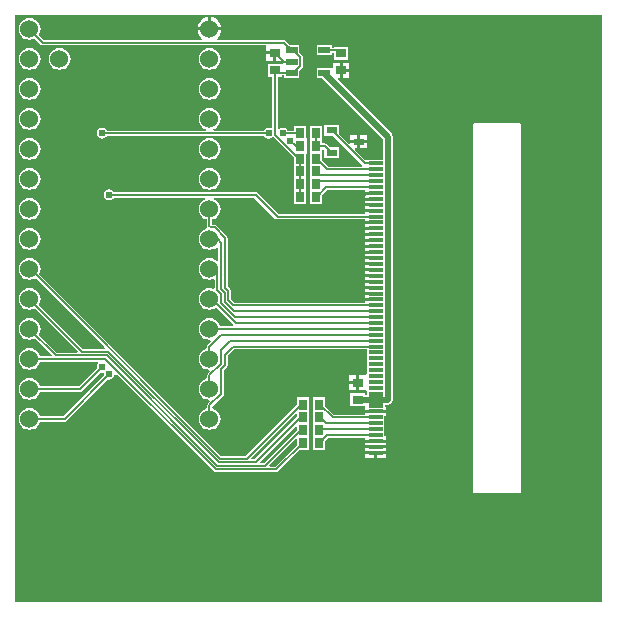
<source format=gbl>
%FSLAX23Y23*%
%MOIN*%
G70*
G01*
G75*
G04 Layer_Physical_Order=2*
G04 Layer_Color=16711680*
%ADD10C,0.006*%
%ADD11C,0.060*%
%ADD12C,0.020*%
%ADD13C,0.024*%
%ADD14R,0.047X0.012*%
%ADD15C,0.039*%
%ADD16R,0.039X0.022*%
%ADD17R,0.030X0.035*%
%ADD18R,0.035X0.024*%
%ADD19R,0.035X0.031*%
%ADD20C,0.020*%
%ADD21R,0.047X0.051*%
G36*
X2963Y1007D02*
X2959Y1004D01*
X1004D01*
Y2963D01*
X2963D01*
X2963Y1007D01*
D02*
G37*
%LPC*%
G36*
X1053Y2351D02*
X1044Y2350D01*
X1035Y2346D01*
X1028Y2340D01*
X1022Y2333D01*
X1018Y2324D01*
X1017Y2315D01*
X1018Y2305D01*
X1022Y2297D01*
X1028Y2289D01*
X1035Y2283D01*
X1044Y2280D01*
X1053Y2278D01*
X1063Y2280D01*
X1072Y2283D01*
X1079Y2289D01*
X1085Y2297D01*
X1088Y2305D01*
X1090Y2315D01*
X1088Y2324D01*
X1085Y2333D01*
X1079Y2340D01*
X1072Y2346D01*
X1063Y2350D01*
X1053Y2351D01*
D02*
G37*
G36*
Y2251D02*
X1044Y2250D01*
X1035Y2246D01*
X1028Y2240D01*
X1022Y2233D01*
X1018Y2224D01*
X1017Y2215D01*
X1018Y2205D01*
X1022Y2197D01*
X1028Y2189D01*
X1035Y2183D01*
X1044Y2180D01*
X1053Y2178D01*
X1063Y2180D01*
X1072Y2183D01*
X1079Y2189D01*
X1085Y2197D01*
X1088Y2205D01*
X1090Y2215D01*
X1088Y2224D01*
X1085Y2233D01*
X1079Y2240D01*
X1072Y2246D01*
X1063Y2250D01*
X1053Y2251D01*
D02*
G37*
G36*
Y2151D02*
X1044Y2150D01*
X1035Y2146D01*
X1028Y2140D01*
X1022Y2133D01*
X1018Y2124D01*
X1017Y2115D01*
X1018Y2105D01*
X1022Y2097D01*
X1028Y2089D01*
X1035Y2083D01*
X1044Y2080D01*
X1053Y2078D01*
X1063Y2080D01*
X1072Y2083D01*
X1074Y2085D01*
X1306Y1853D01*
X1305Y1848D01*
X1233D01*
X1085Y1996D01*
X1085Y1997D01*
X1088Y2005D01*
X1090Y2015D01*
X1088Y2024D01*
X1085Y2033D01*
X1079Y2040D01*
X1072Y2046D01*
X1063Y2050D01*
X1053Y2051D01*
X1044Y2050D01*
X1035Y2046D01*
X1028Y2040D01*
X1022Y2033D01*
X1018Y2024D01*
X1017Y2015D01*
X1018Y2005D01*
X1022Y1997D01*
X1028Y1989D01*
X1035Y1983D01*
X1044Y1980D01*
X1053Y1978D01*
X1063Y1980D01*
X1072Y1983D01*
X1072Y1983D01*
X1215Y1841D01*
X1213Y1836D01*
X1145D01*
X1085Y1896D01*
X1085Y1897D01*
X1088Y1905D01*
X1090Y1915D01*
X1088Y1924D01*
X1085Y1933D01*
X1079Y1940D01*
X1072Y1946D01*
X1063Y1950D01*
X1053Y1951D01*
X1044Y1950D01*
X1035Y1946D01*
X1028Y1940D01*
X1022Y1933D01*
X1018Y1924D01*
X1017Y1915D01*
X1018Y1905D01*
X1022Y1897D01*
X1028Y1889D01*
X1035Y1883D01*
X1044Y1880D01*
X1053Y1878D01*
X1063Y1880D01*
X1072Y1883D01*
X1072Y1883D01*
X1127Y1829D01*
X1125Y1824D01*
X1088D01*
X1088Y1824D01*
X1085Y1833D01*
X1079Y1840D01*
X1072Y1846D01*
X1063Y1850D01*
X1053Y1851D01*
X1044Y1850D01*
X1035Y1846D01*
X1028Y1840D01*
X1022Y1833D01*
X1018Y1824D01*
X1017Y1815D01*
X1018Y1805D01*
X1022Y1797D01*
X1028Y1789D01*
X1035Y1783D01*
X1044Y1780D01*
X1053Y1778D01*
X1063Y1780D01*
X1072Y1783D01*
X1079Y1789D01*
X1085Y1797D01*
X1088Y1805D01*
X1088Y1806D01*
X1281D01*
X1283Y1801D01*
X1282Y1800D01*
X1278Y1794D01*
X1277Y1787D01*
X1278Y1783D01*
X1219Y1724D01*
X1088D01*
X1088Y1724D01*
X1085Y1733D01*
X1079Y1740D01*
X1072Y1746D01*
X1063Y1750D01*
X1053Y1751D01*
X1044Y1750D01*
X1035Y1746D01*
X1028Y1740D01*
X1022Y1733D01*
X1018Y1724D01*
X1017Y1715D01*
X1018Y1705D01*
X1022Y1697D01*
X1028Y1689D01*
X1035Y1683D01*
X1044Y1680D01*
X1053Y1678D01*
X1063Y1680D01*
X1072Y1683D01*
X1079Y1689D01*
X1085Y1697D01*
X1088Y1705D01*
X1088Y1706D01*
X1223D01*
X1226Y1706D01*
X1229Y1708D01*
X1291Y1770D01*
X1295Y1769D01*
X1298Y1770D01*
X1301Y1766D01*
X1301Y1764D01*
X1302Y1759D01*
X1166Y1624D01*
X1088D01*
X1088Y1624D01*
X1085Y1633D01*
X1079Y1640D01*
X1072Y1646D01*
X1063Y1650D01*
X1053Y1651D01*
X1044Y1650D01*
X1035Y1646D01*
X1028Y1640D01*
X1022Y1633D01*
X1018Y1624D01*
X1017Y1615D01*
X1018Y1605D01*
X1022Y1597D01*
X1028Y1589D01*
X1035Y1583D01*
X1044Y1580D01*
X1053Y1578D01*
X1063Y1580D01*
X1072Y1583D01*
X1079Y1589D01*
X1085Y1597D01*
X1088Y1605D01*
X1088Y1606D01*
X1170D01*
X1173Y1606D01*
X1176Y1608D01*
X1315Y1746D01*
X1319Y1746D01*
X1326Y1747D01*
X1332Y1751D01*
X1336Y1757D01*
X1337Y1764D01*
X1337Y1764D01*
X1342Y1766D01*
X1668Y1440D01*
X1671Y1438D01*
X1674Y1437D01*
X1876D01*
X1879Y1438D01*
X1882Y1440D01*
X1955Y1513D01*
X1986D01*
Y1555D01*
Y1597D01*
Y1640D01*
Y1687D01*
X1945D01*
Y1664D01*
X1773Y1492D01*
X1693D01*
X1086Y2099D01*
X1088Y2105D01*
X1090Y2115D01*
X1088Y2124D01*
X1085Y2133D01*
X1079Y2140D01*
X1072Y2146D01*
X1063Y2150D01*
X1053Y2151D01*
D02*
G37*
G36*
Y2451D02*
X1044Y2450D01*
X1035Y2446D01*
X1028Y2440D01*
X1022Y2433D01*
X1018Y2424D01*
X1017Y2415D01*
X1018Y2405D01*
X1022Y2397D01*
X1028Y2389D01*
X1035Y2383D01*
X1044Y2380D01*
X1053Y2378D01*
X1063Y2380D01*
X1072Y2383D01*
X1079Y2389D01*
X1085Y2397D01*
X1088Y2405D01*
X1090Y2415D01*
X1088Y2424D01*
X1085Y2433D01*
X1079Y2440D01*
X1072Y2446D01*
X1063Y2450D01*
X1053Y2451D01*
D02*
G37*
G36*
Y2551D02*
X1044Y2550D01*
X1035Y2546D01*
X1028Y2540D01*
X1022Y2533D01*
X1018Y2524D01*
X1017Y2515D01*
X1018Y2505D01*
X1022Y2497D01*
X1028Y2489D01*
X1035Y2483D01*
X1044Y2480D01*
X1053Y2478D01*
X1063Y2480D01*
X1072Y2483D01*
X1079Y2489D01*
X1085Y2497D01*
X1088Y2505D01*
X1090Y2515D01*
X1088Y2524D01*
X1085Y2533D01*
X1079Y2540D01*
X1072Y2546D01*
X1063Y2550D01*
X1053Y2551D01*
D02*
G37*
G36*
X2087Y2803D02*
X2064D01*
Y2789D01*
X2061Y2786D01*
X2010D01*
Y2752D01*
X2029D01*
X2232Y2549D01*
Y2478D01*
X2177D01*
Y2478D01*
X2172Y2478D01*
X2137Y2513D01*
X2139Y2518D01*
X2146D01*
Y2534D01*
X2123D01*
Y2533D01*
X2118Y2532D01*
X2084Y2566D01*
Y2595D01*
X2036D01*
Y2559D01*
X2065D01*
X2163Y2461D01*
X2162Y2457D01*
X2161Y2456D01*
X2050D01*
X2029Y2477D01*
Y2501D01*
X2029D01*
Y2512D01*
X2034Y2514D01*
X2036Y2512D01*
Y2484D01*
X2084D01*
Y2520D01*
X2055D01*
X2044Y2531D01*
X2041Y2533D01*
X2037Y2534D01*
X2029D01*
Y2543D01*
Y2591D01*
X1987D01*
Y2543D01*
Y2506D01*
X1987D01*
Y2459D01*
Y2416D01*
Y2374D01*
Y2332D01*
X2029D01*
Y2360D01*
X2047Y2379D01*
X2173D01*
Y2373D01*
X2207D01*
Y2363D01*
X2173D01*
Y2353D01*
X2207D01*
Y2343D01*
X2173D01*
Y2334D01*
X2207D01*
Y2324D01*
X2173D01*
Y2314D01*
X2207D01*
Y2304D01*
X2173D01*
Y2299D01*
X1884D01*
X1814Y2369D01*
X1811Y2371D01*
X1807Y2371D01*
X1334D01*
X1332Y2375D01*
X1326Y2379D01*
X1319Y2380D01*
X1312Y2379D01*
X1306Y2375D01*
X1302Y2369D01*
X1301Y2362D01*
X1302Y2355D01*
X1306Y2349D01*
X1312Y2345D01*
X1319Y2344D01*
X1326Y2345D01*
X1332Y2349D01*
X1334Y2353D01*
X1639D01*
X1640Y2348D01*
X1635Y2346D01*
X1628Y2340D01*
X1622Y2333D01*
X1618Y2324D01*
X1617Y2315D01*
X1618Y2305D01*
X1622Y2297D01*
X1628Y2289D01*
X1635Y2283D01*
X1644Y2280D01*
X1644Y2280D01*
Y2258D01*
X1645Y2255D01*
X1645Y2254D01*
X1642Y2249D01*
X1635Y2246D01*
X1628Y2240D01*
X1622Y2233D01*
X1618Y2224D01*
X1617Y2215D01*
X1618Y2205D01*
X1622Y2197D01*
X1628Y2189D01*
X1635Y2183D01*
X1644Y2180D01*
X1653Y2178D01*
X1663Y2180D01*
X1672Y2183D01*
X1678Y2188D01*
X1683Y2187D01*
Y2142D01*
X1678Y2141D01*
X1672Y2146D01*
X1663Y2150D01*
X1653Y2151D01*
X1644Y2150D01*
X1635Y2146D01*
X1628Y2140D01*
X1622Y2133D01*
X1618Y2124D01*
X1617Y2115D01*
X1618Y2105D01*
X1622Y2097D01*
X1628Y2089D01*
X1635Y2083D01*
X1644Y2080D01*
X1653Y2078D01*
X1663Y2080D01*
X1666Y2081D01*
X1670Y2078D01*
Y2051D01*
X1666Y2049D01*
X1663Y2050D01*
X1653Y2051D01*
X1644Y2050D01*
X1635Y2046D01*
X1628Y2040D01*
X1622Y2033D01*
X1618Y2024D01*
X1617Y2015D01*
X1618Y2005D01*
X1622Y1997D01*
X1628Y1989D01*
X1635Y1983D01*
X1644Y1980D01*
X1653Y1978D01*
X1663Y1980D01*
X1672Y1983D01*
X1676Y1987D01*
X1734Y1929D01*
X1733Y1927D01*
X1732Y1924D01*
X1688D01*
X1688Y1924D01*
X1685Y1933D01*
X1679Y1940D01*
X1672Y1946D01*
X1663Y1950D01*
X1653Y1951D01*
X1644Y1950D01*
X1635Y1946D01*
X1628Y1940D01*
X1622Y1933D01*
X1618Y1924D01*
X1617Y1915D01*
X1618Y1905D01*
X1622Y1897D01*
X1628Y1889D01*
X1635Y1883D01*
X1644Y1880D01*
X1653Y1878D01*
X1656Y1879D01*
X1658Y1874D01*
X1647Y1863D01*
X1645Y1860D01*
X1644Y1856D01*
Y1850D01*
X1644Y1850D01*
X1635Y1846D01*
X1628Y1840D01*
X1622Y1833D01*
X1618Y1824D01*
X1617Y1815D01*
X1618Y1805D01*
X1622Y1797D01*
X1628Y1789D01*
X1635Y1783D01*
X1644Y1780D01*
X1652Y1779D01*
X1655Y1774D01*
X1647Y1766D01*
X1645Y1763D01*
X1644Y1760D01*
Y1750D01*
X1644Y1750D01*
X1635Y1746D01*
X1628Y1740D01*
X1622Y1733D01*
X1618Y1724D01*
X1617Y1715D01*
X1618Y1705D01*
X1622Y1697D01*
X1628Y1689D01*
X1635Y1683D01*
X1644Y1680D01*
X1652Y1679D01*
X1655Y1674D01*
X1647Y1666D01*
X1645Y1663D01*
X1644Y1660D01*
Y1650D01*
X1644Y1650D01*
X1635Y1646D01*
X1628Y1640D01*
X1622Y1633D01*
X1618Y1624D01*
X1617Y1615D01*
X1618Y1605D01*
X1622Y1597D01*
X1628Y1589D01*
X1635Y1583D01*
X1644Y1580D01*
X1653Y1578D01*
X1663Y1580D01*
X1672Y1583D01*
X1679Y1589D01*
X1685Y1597D01*
X1688Y1605D01*
X1690Y1615D01*
X1688Y1624D01*
X1685Y1633D01*
X1679Y1640D01*
X1672Y1646D01*
X1663Y1650D01*
X1663Y1650D01*
Y1656D01*
X1699Y1692D01*
X1701Y1695D01*
X1701Y1696D01*
X1702Y1699D01*
Y1778D01*
X1711Y1787D01*
X1713Y1790D01*
X1714Y1794D01*
Y1825D01*
X1736Y1847D01*
X2177D01*
Y1844D01*
Y1825D01*
Y1805D01*
Y1785D01*
Y1766D01*
X2176Y1765D01*
X2174Y1762D01*
X2172Y1762D01*
X2152D01*
Y1736D01*
Y1710D01*
X2172D01*
X2174Y1710D01*
X2176Y1707D01*
X2177Y1707D01*
Y1706D01*
X2177Y1705D01*
Y1695D01*
X2170D01*
Y1701D01*
X2123D01*
Y1657D01*
X2166D01*
X2168Y1657D01*
X2170Y1657D01*
X2171Y1657D01*
X2171Y1657D01*
X2172Y1655D01*
X2173Y1654D01*
X2173Y1652D01*
Y1651D01*
Y1645D01*
X2240D01*
Y1656D01*
X2237D01*
Y1663D01*
X2248D01*
X2254Y1664D01*
X2260Y1668D01*
X2263Y1673D01*
X2264Y1679D01*
Y2556D01*
X2263Y2562D01*
X2260Y2568D01*
X2080Y2747D01*
X2082Y2752D01*
X2087D01*
Y2778D01*
Y2803D01*
D02*
G37*
G36*
X1653Y2451D02*
X1644Y2450D01*
X1635Y2446D01*
X1628Y2440D01*
X1622Y2433D01*
X1618Y2424D01*
X1617Y2415D01*
X1618Y2405D01*
X1622Y2397D01*
X1628Y2389D01*
X1635Y2383D01*
X1644Y2380D01*
X1653Y2378D01*
X1663Y2380D01*
X1672Y2383D01*
X1679Y2389D01*
X1685Y2397D01*
X1688Y2405D01*
X1690Y2415D01*
X1688Y2424D01*
X1685Y2433D01*
X1679Y2440D01*
X1672Y2446D01*
X1663Y2450D01*
X1653Y2451D01*
D02*
G37*
G36*
X2142Y1762D02*
X2119D01*
Y1741D01*
X2142D01*
Y1762D01*
D02*
G37*
G36*
X2240Y1497D02*
X2212D01*
Y1486D01*
X2240D01*
Y1497D01*
D02*
G37*
G36*
X2202D02*
X2173D01*
Y1486D01*
X2202D01*
Y1497D01*
D02*
G37*
G36*
X2685Y2601D02*
X2537D01*
X2533Y2599D01*
X2531Y2594D01*
Y1374D01*
X2533Y1369D01*
X2537Y1368D01*
X2685D01*
X2690Y1369D01*
X2692Y1374D01*
Y2594D01*
X2690Y2599D01*
X2685Y2601D01*
D02*
G37*
G36*
X2240Y1517D02*
X2173D01*
Y1507D01*
X2240D01*
Y1517D01*
D02*
G37*
G36*
X2142Y1731D02*
X2119D01*
Y1710D01*
X2142D01*
Y1731D01*
D02*
G37*
G36*
X2039Y1687D02*
X1998D01*
Y1640D01*
Y1597D01*
Y1555D01*
Y1513D01*
X2039D01*
Y1541D01*
X2050Y1552D01*
X2173D01*
Y1546D01*
X2240D01*
Y1557D01*
X2236D01*
Y1569D01*
Y1588D01*
Y1608D01*
Y1624D01*
X2240D01*
Y1635D01*
X2173D01*
Y1629D01*
X2069D01*
X2039Y1658D01*
Y1687D01*
D02*
G37*
G36*
X2240Y1536D02*
X2173D01*
Y1527D01*
X2240D01*
Y1536D01*
D02*
G37*
G36*
X1653Y2551D02*
X1644Y2550D01*
X1635Y2546D01*
X1628Y2540D01*
X1622Y2533D01*
X1618Y2524D01*
X1617Y2515D01*
X1618Y2505D01*
X1622Y2497D01*
X1628Y2489D01*
X1635Y2483D01*
X1644Y2480D01*
X1653Y2478D01*
X1663Y2480D01*
X1672Y2483D01*
X1679Y2489D01*
X1685Y2497D01*
X1688Y2505D01*
X1690Y2515D01*
X1688Y2524D01*
X1685Y2533D01*
X1679Y2540D01*
X1672Y2546D01*
X1663Y2550D01*
X1653Y2551D01*
D02*
G37*
G36*
Y2851D02*
X1644Y2850D01*
X1635Y2846D01*
X1628Y2840D01*
X1622Y2833D01*
X1618Y2824D01*
X1617Y2815D01*
X1618Y2805D01*
X1622Y2797D01*
X1628Y2789D01*
X1635Y2783D01*
X1644Y2780D01*
X1653Y2778D01*
X1663Y2780D01*
X1672Y2783D01*
X1679Y2789D01*
X1685Y2797D01*
X1688Y2805D01*
X1690Y2815D01*
X1688Y2824D01*
X1685Y2833D01*
X1679Y2840D01*
X1672Y2846D01*
X1663Y2850D01*
X1653Y2851D01*
D02*
G37*
G36*
X2119Y2803D02*
X2097D01*
Y2783D01*
X2119D01*
Y2803D01*
D02*
G37*
G36*
X1053Y2851D02*
X1044Y2850D01*
X1035Y2846D01*
X1028Y2840D01*
X1022Y2833D01*
X1018Y2824D01*
X1017Y2815D01*
X1018Y2805D01*
X1022Y2797D01*
X1028Y2789D01*
X1035Y2783D01*
X1044Y2780D01*
X1053Y2778D01*
X1063Y2780D01*
X1072Y2783D01*
X1079Y2789D01*
X1085Y2797D01*
X1088Y2805D01*
X1090Y2815D01*
X1088Y2824D01*
X1085Y2833D01*
X1079Y2840D01*
X1072Y2846D01*
X1063Y2850D01*
X1053Y2851D01*
D02*
G37*
G36*
X1153D02*
X1144Y2850D01*
X1135Y2846D01*
X1128Y2840D01*
X1122Y2833D01*
X1118Y2824D01*
X1117Y2815D01*
X1118Y2805D01*
X1122Y2797D01*
X1128Y2789D01*
X1135Y2783D01*
X1144Y2780D01*
X1153Y2778D01*
X1163Y2780D01*
X1172Y2783D01*
X1179Y2789D01*
X1185Y2797D01*
X1188Y2805D01*
X1190Y2815D01*
X1188Y2824D01*
X1185Y2833D01*
X1179Y2840D01*
X1172Y2846D01*
X1163Y2850D01*
X1153Y2851D01*
D02*
G37*
G36*
X1648Y2954D02*
X1643Y2954D01*
X1633Y2950D01*
X1625Y2943D01*
X1618Y2935D01*
X1614Y2925D01*
X1614Y2920D01*
X1648D01*
Y2954D01*
D02*
G37*
G36*
X1658D02*
Y2920D01*
X1693D01*
X1692Y2925D01*
X1688Y2935D01*
X1682Y2943D01*
X1674Y2950D01*
X1664Y2954D01*
X1658Y2954D01*
D02*
G37*
G36*
X1866Y2830D02*
X1843D01*
Y2809D01*
X1866D01*
Y2830D01*
D02*
G37*
G36*
X2061Y2860D02*
X2010D01*
Y2827D01*
X2061D01*
Y2834D01*
X2068D01*
Y2813D01*
X2115D01*
Y2856D01*
X2068D01*
Y2853D01*
X2061D01*
Y2860D01*
D02*
G37*
G36*
X1053Y2951D02*
X1044Y2950D01*
X1035Y2946D01*
X1028Y2940D01*
X1022Y2933D01*
X1018Y2924D01*
X1017Y2915D01*
X1018Y2905D01*
X1022Y2897D01*
X1028Y2889D01*
X1035Y2883D01*
X1044Y2880D01*
X1053Y2878D01*
X1063Y2880D01*
X1072Y2883D01*
X1072Y2883D01*
X1093Y2863D01*
X1096Y2861D01*
X1096Y2861D01*
X1099Y2860D01*
X1843D01*
Y2840D01*
X1871D01*
Y2835D01*
X1876D01*
Y2809D01*
X1897D01*
Y2803D01*
X1895Y2799D01*
X1847D01*
Y2756D01*
X1862D01*
Y2586D01*
X1858Y2584D01*
X1857Y2584D01*
X1850Y2585D01*
X1843Y2584D01*
X1838Y2580D01*
X1835Y2576D01*
X1667D01*
X1666Y2581D01*
X1672Y2583D01*
X1679Y2589D01*
X1685Y2597D01*
X1688Y2605D01*
X1690Y2615D01*
X1688Y2624D01*
X1685Y2633D01*
X1679Y2640D01*
X1672Y2646D01*
X1663Y2650D01*
X1653Y2651D01*
X1644Y2650D01*
X1635Y2646D01*
X1628Y2640D01*
X1622Y2633D01*
X1618Y2624D01*
X1617Y2615D01*
X1618Y2605D01*
X1622Y2597D01*
X1628Y2589D01*
X1635Y2583D01*
X1641Y2581D01*
X1640Y2576D01*
X1311D01*
X1308Y2580D01*
X1302Y2584D01*
X1295Y2585D01*
X1288Y2584D01*
X1282Y2580D01*
X1278Y2574D01*
X1277Y2567D01*
X1278Y2560D01*
X1282Y2554D01*
X1288Y2550D01*
X1295Y2549D01*
X1302Y2550D01*
X1308Y2554D01*
X1311Y2558D01*
X1835D01*
X1838Y2554D01*
X1843Y2550D01*
X1850Y2549D01*
X1857Y2550D01*
X1863Y2554D01*
X1867Y2554D01*
X1934Y2487D01*
Y2459D01*
Y2416D01*
Y2374D01*
Y2332D01*
X1975D01*
Y2374D01*
Y2416D01*
Y2459D01*
Y2497D01*
X1979D01*
Y2552D01*
X1975D01*
Y2591D01*
X1934D01*
Y2576D01*
X1913D01*
X1910Y2580D01*
X1905Y2584D01*
X1898Y2585D01*
X1891Y2584D01*
X1885Y2580D01*
X1883Y2581D01*
X1880Y2582D01*
Y2756D01*
X1895D01*
Y2760D01*
X1901D01*
Y2752D01*
X1953D01*
Y2776D01*
X1962Y2785D01*
X1964Y2788D01*
X1965Y2792D01*
Y2821D01*
X1964Y2824D01*
X1962Y2827D01*
X1953Y2837D01*
Y2860D01*
X1923D01*
X1908Y2876D01*
X1905Y2878D01*
X1902Y2878D01*
X1680D01*
X1678Y2883D01*
X1682Y2886D01*
X1688Y2895D01*
X1692Y2904D01*
X1693Y2910D01*
X1614D01*
X1614Y2904D01*
X1618Y2895D01*
X1625Y2886D01*
X1629Y2883D01*
X1627Y2878D01*
X1103D01*
X1085Y2896D01*
X1085Y2897D01*
X1088Y2905D01*
X1090Y2915D01*
X1088Y2924D01*
X1085Y2933D01*
X1079Y2940D01*
X1072Y2946D01*
X1063Y2950D01*
X1053Y2951D01*
D02*
G37*
G36*
X2178Y2561D02*
X2156D01*
Y2544D01*
X2178D01*
Y2561D01*
D02*
G37*
G36*
X1053Y2651D02*
X1044Y2650D01*
X1035Y2646D01*
X1028Y2640D01*
X1022Y2633D01*
X1018Y2624D01*
X1017Y2615D01*
X1018Y2605D01*
X1022Y2597D01*
X1028Y2589D01*
X1035Y2583D01*
X1044Y2580D01*
X1053Y2578D01*
X1063Y2580D01*
X1072Y2583D01*
X1079Y2589D01*
X1085Y2597D01*
X1088Y2605D01*
X1090Y2615D01*
X1088Y2624D01*
X1085Y2633D01*
X1079Y2640D01*
X1072Y2646D01*
X1063Y2650D01*
X1053Y2651D01*
D02*
G37*
G36*
X2178Y2534D02*
X2156D01*
Y2518D01*
X2178D01*
Y2534D01*
D02*
G37*
G36*
X2146Y2561D02*
X2123D01*
Y2544D01*
X2146D01*
Y2561D01*
D02*
G37*
G36*
X2119Y2773D02*
X2097D01*
Y2752D01*
X2119D01*
Y2773D01*
D02*
G37*
G36*
X1653Y2751D02*
X1644Y2750D01*
X1635Y2746D01*
X1628Y2740D01*
X1622Y2733D01*
X1618Y2724D01*
X1617Y2715D01*
X1618Y2705D01*
X1622Y2697D01*
X1628Y2689D01*
X1635Y2683D01*
X1644Y2680D01*
X1653Y2678D01*
X1663Y2680D01*
X1672Y2683D01*
X1679Y2689D01*
X1685Y2697D01*
X1688Y2705D01*
X1690Y2715D01*
X1688Y2724D01*
X1685Y2733D01*
X1679Y2740D01*
X1672Y2746D01*
X1663Y2750D01*
X1653Y2751D01*
D02*
G37*
G36*
X1053D02*
X1044Y2750D01*
X1035Y2746D01*
X1028Y2740D01*
X1022Y2733D01*
X1018Y2724D01*
X1017Y2715D01*
X1018Y2705D01*
X1022Y2697D01*
X1028Y2689D01*
X1035Y2683D01*
X1044Y2680D01*
X1053Y2678D01*
X1063Y2680D01*
X1072Y2683D01*
X1079Y2689D01*
X1085Y2697D01*
X1088Y2705D01*
X1090Y2715D01*
X1088Y2724D01*
X1085Y2733D01*
X1079Y2740D01*
X1072Y2746D01*
X1063Y2750D01*
X1053Y2751D01*
D02*
G37*
%LPD*%
G36*
X1873Y2283D02*
X1876Y2281D01*
X1880Y2280D01*
X2173D01*
Y2275D01*
X2207D01*
Y2265D01*
X2173D01*
Y2255D01*
X2207D01*
Y2245D01*
X2173D01*
Y2235D01*
X2207D01*
Y2225D01*
X2173D01*
Y2216D01*
X2207D01*
Y2206D01*
X2173D01*
Y2196D01*
X2207D01*
Y2186D01*
X2173D01*
Y2176D01*
X2207D01*
Y2166D01*
X2173D01*
Y2157D01*
X2207D01*
Y2147D01*
X2173D01*
Y2137D01*
X2207D01*
Y2127D01*
X2173D01*
Y2117D01*
X2207D01*
Y2107D01*
X2173D01*
Y2098D01*
X2207D01*
Y2088D01*
X2173D01*
Y2078D01*
X2207D01*
Y2068D01*
X2173D01*
Y2058D01*
X2207D01*
Y2048D01*
X2173D01*
Y2038D01*
X2207D01*
Y2028D01*
X2173D01*
Y2019D01*
X2207D01*
Y2009D01*
X2173D01*
Y2003D01*
X1736D01*
X1726Y2014D01*
Y2041D01*
X1725Y2044D01*
X1723Y2047D01*
X1714Y2057D01*
Y2219D01*
X1713Y2222D01*
X1711Y2225D01*
X1676Y2260D01*
X1673Y2262D01*
X1670Y2263D01*
X1663D01*
Y2280D01*
X1663Y2280D01*
X1672Y2283D01*
X1679Y2289D01*
X1685Y2297D01*
X1688Y2305D01*
X1690Y2315D01*
X1688Y2324D01*
X1685Y2333D01*
X1679Y2340D01*
X1672Y2346D01*
X1667Y2348D01*
X1668Y2353D01*
X1803D01*
X1873Y2283D01*
D02*
G37*
G36*
X1945Y1547D02*
Y1529D01*
X1872Y1456D01*
X1854D01*
X1852Y1460D01*
X1940Y1549D01*
X1945Y1547D01*
D02*
G37*
G36*
Y1631D02*
Y1621D01*
X1803Y1480D01*
X1793D01*
X1791Y1484D01*
X1940Y1633D01*
X1945Y1631D01*
D02*
G37*
G36*
Y1589D02*
Y1579D01*
X1834Y1468D01*
X1824D01*
X1822Y1472D01*
X1940Y1591D01*
X1945Y1589D01*
D02*
G37*
D10*
X2207Y1915D02*
Y1915D01*
X1653Y1915D02*
X2207D01*
X2019Y1663D02*
X2022D01*
X2065Y1620D02*
X2207D01*
X2019Y1621D02*
X2022D01*
X2042Y1600D01*
X2207D01*
X2019Y1579D02*
X2021Y1581D01*
X2207D01*
X2019Y1536D02*
X2022D01*
X2046Y1561D01*
X2207D01*
X1957Y1579D02*
X1966D01*
X1876Y1447D02*
X1966Y1536D01*
X1837Y1459D02*
X1957Y1579D01*
X1957Y1663D02*
X1966D01*
X1740Y1935D02*
X2207D01*
X1735Y1974D02*
X2207D01*
X1653Y2258D02*
Y2315D01*
Y2215D02*
X1680D01*
X1653Y2258D02*
X1658Y2254D01*
X1670D01*
X1732Y1994D02*
X2207D01*
X1653Y2015D02*
X1661D01*
X1692Y2000D02*
Y2031D01*
X1704Y2005D02*
Y2036D01*
X1716Y2010D02*
Y2041D01*
Y2010D02*
X1732Y1994D01*
X1653Y1615D02*
Y1660D01*
X1692Y1699D01*
X1661Y2015D02*
X1740Y1935D01*
X1692Y2000D02*
X1738Y1955D01*
X2207D01*
X1704Y2005D02*
X1735Y1974D01*
X1653Y1815D02*
Y1856D01*
X1693Y1896D01*
X2207D01*
X1722Y1876D02*
X2207D01*
X1653Y1715D02*
Y1760D01*
X1732Y1856D02*
X2207D01*
X1692Y1799D02*
Y1831D01*
X1691Y1832D02*
X1692Y1831D01*
Y1699D02*
Y1782D01*
X1704Y1794D01*
Y1828D01*
X1732Y1856D01*
X1653Y1760D02*
X1692Y1799D01*
X1691Y1832D02*
Y1845D01*
X1722Y1876D01*
X1670Y2254D02*
X1704Y2219D01*
X1680Y2215D02*
X1692Y2202D01*
X1704Y2053D02*
X1716Y2041D01*
X1704Y2053D02*
Y2219D01*
X1692Y2048D02*
X1704Y2036D01*
X1692Y2048D02*
Y2202D01*
X1679Y2044D02*
X1692Y2031D01*
X1679Y2044D02*
Y2115D01*
X1653D02*
X1679D01*
X2008Y2355D02*
X2011D01*
X2043Y2388D01*
X2207D01*
X2008Y2398D02*
X2018Y2407D01*
X2207D01*
X2008Y2440D02*
X2021Y2427D01*
X2207D01*
X2008Y2482D02*
X2011D01*
X2046Y2447D01*
X2207D01*
X2037Y2525D02*
X2060Y2502D01*
X2008Y2525D02*
X2037D01*
X2008D02*
Y2567D01*
X2060Y2577D02*
X2170Y2467D01*
X2207D01*
X1952Y2482D02*
X1955D01*
Y2355D02*
Y2398D01*
Y2440D01*
Y2482D01*
X2035Y2844D02*
X2083D01*
X2092Y2835D01*
X1880Y2769D02*
X1927D01*
X1871Y2778D02*
X1880Y2769D01*
X1927D02*
X1933D01*
X1956Y2792D01*
Y2821D01*
X1933Y2844D02*
X1956Y2821D01*
X1927Y2844D02*
X1933D01*
X1053Y2915D02*
X1099Y2869D01*
X1902D01*
X1927Y2844D01*
X1807Y1471D02*
X1957Y1621D01*
X1966D01*
X1777Y1483D02*
X1957Y1663D01*
X2022D02*
X2065Y1620D01*
X1053Y2015D02*
X1229Y1839D01*
X1053Y1915D02*
X1141Y1827D01*
X1053Y1715D02*
X1223D01*
X1229Y1839D02*
X1316D01*
X1223Y1715D02*
X1295Y1787D01*
X1053Y1815D02*
X1306D01*
X1141Y1827D02*
X1311D01*
X1689Y1483D02*
X1777D01*
X1674Y1447D02*
X1876D01*
X1679Y1459D02*
X1837D01*
X1684Y1471D02*
X1807D01*
X1053Y2115D02*
X1057D01*
X1689Y1483D01*
X1306Y1815D02*
X1674Y1447D01*
X1311Y1827D02*
X1679Y1459D01*
X1316Y1839D02*
X1684Y1471D01*
X1295Y2567D02*
X1850D01*
X1871Y2563D02*
X1952Y2482D01*
X1871Y2778D02*
X1871Y2777D01*
Y2563D02*
Y2777D01*
X1898Y2567D02*
X1955D01*
X1053Y1615D02*
X1170D01*
X1319Y1764D01*
Y2362D02*
X1807D01*
X1880Y2289D01*
X2207D01*
X1900Y2806D02*
X1927D01*
X1871Y2835D02*
X1900Y2806D01*
X1940Y2525D02*
X1955D01*
X1921Y2543D02*
X1940Y2525D01*
D11*
X1053Y2915D02*
D03*
Y2815D02*
D03*
Y2715D02*
D03*
Y2615D02*
D03*
Y2515D02*
D03*
Y2415D02*
D03*
Y2315D02*
D03*
Y2215D02*
D03*
Y2115D02*
D03*
Y2015D02*
D03*
Y1915D02*
D03*
Y1815D02*
D03*
Y1715D02*
D03*
Y1615D02*
D03*
X1653Y2915D02*
D03*
Y1615D02*
D03*
Y1715D02*
D03*
Y1815D02*
D03*
Y1915D02*
D03*
Y2015D02*
D03*
Y2115D02*
D03*
Y2215D02*
D03*
Y2315D02*
D03*
Y2415D02*
D03*
Y2515D02*
D03*
Y2615D02*
D03*
Y2715D02*
D03*
Y2815D02*
D03*
X1153D02*
D03*
D12*
X1181Y1181D02*
D03*
X1280Y1378D02*
D03*
X1181Y1575D02*
D03*
Y2362D02*
D03*
Y2756D02*
D03*
X1378Y1181D02*
D03*
X1476Y1378D02*
D03*
X1378Y1575D02*
D03*
X1476Y1772D02*
D03*
X1378Y1969D02*
D03*
X1476Y2165D02*
D03*
X1378Y2756D02*
D03*
X1575Y1181D02*
D03*
X1673Y1378D02*
D03*
X1575Y1969D02*
D03*
X1673Y2165D02*
D03*
X1575Y2756D02*
D03*
X1772Y1181D02*
D03*
X1870Y1378D02*
D03*
X1772Y1575D02*
D03*
X1870Y1772D02*
D03*
Y2165D02*
D03*
X1772Y2756D02*
D03*
X1969Y1181D02*
D03*
X2067Y1378D02*
D03*
Y1772D02*
D03*
Y2165D02*
D03*
X1969Y2756D02*
D03*
X2165Y1181D02*
D03*
X2264Y1378D02*
D03*
X2165Y2362D02*
D03*
Y2756D02*
D03*
X2362Y1181D02*
D03*
X2461Y1378D02*
D03*
X2362Y1575D02*
D03*
X2461Y1772D02*
D03*
X2362Y1969D02*
D03*
X2461Y2165D02*
D03*
X2362Y2362D02*
D03*
Y2756D02*
D03*
X2559Y1181D02*
D03*
Y2756D02*
D03*
X2756Y1181D02*
D03*
X2854Y1378D02*
D03*
X2756Y1575D02*
D03*
X2854Y1772D02*
D03*
X2756Y1969D02*
D03*
X2854Y2165D02*
D03*
X2756Y2362D02*
D03*
X2854Y2559D02*
D03*
X2756Y2756D02*
D03*
D13*
X1295Y1787D02*
D03*
Y2567D02*
D03*
X1850D02*
D03*
X1898D02*
D03*
X1319Y1764D02*
D03*
Y2362D02*
D03*
X1921Y2543D02*
D03*
D14*
X2207Y1502D02*
D03*
Y1522D02*
D03*
Y1541D02*
D03*
Y1561D02*
D03*
Y1581D02*
D03*
Y1600D02*
D03*
Y1620D02*
D03*
Y1640D02*
D03*
Y1659D02*
D03*
Y1679D02*
D03*
Y1699D02*
D03*
Y1719D02*
D03*
Y1738D02*
D03*
Y1758D02*
D03*
Y1778D02*
D03*
Y1797D02*
D03*
Y1817D02*
D03*
Y1837D02*
D03*
Y1856D02*
D03*
Y1876D02*
D03*
Y1896D02*
D03*
Y1915D02*
D03*
Y1935D02*
D03*
Y1955D02*
D03*
Y1974D02*
D03*
Y1994D02*
D03*
Y2014D02*
D03*
Y2033D02*
D03*
Y2053D02*
D03*
Y2073D02*
D03*
Y2093D02*
D03*
Y2112D02*
D03*
Y2132D02*
D03*
Y2152D02*
D03*
Y2171D02*
D03*
Y2191D02*
D03*
Y2211D02*
D03*
Y2230D02*
D03*
Y2250D02*
D03*
Y2270D02*
D03*
Y2289D02*
D03*
Y2309D02*
D03*
Y2329D02*
D03*
Y2348D02*
D03*
Y2368D02*
D03*
Y2388D02*
D03*
Y2407D02*
D03*
Y2427D02*
D03*
Y2447D02*
D03*
Y2467D02*
D03*
D15*
X2315Y2535D02*
D03*
Y1433D02*
D03*
D16*
X1927Y2769D02*
D03*
Y2806D02*
D03*
Y2844D02*
D03*
X2035D02*
D03*
Y2769D02*
D03*
D17*
X2008Y2525D02*
D03*
X1955D02*
D03*
X2008Y2482D02*
D03*
X1955D02*
D03*
X2008Y2567D02*
D03*
X1955D02*
D03*
X2008Y2440D02*
D03*
X1955D02*
D03*
X2008Y2398D02*
D03*
X1955D02*
D03*
X2008Y2355D02*
D03*
X1955D02*
D03*
X2019Y1663D02*
D03*
X1966D02*
D03*
X2019Y1621D02*
D03*
X1966D02*
D03*
X2019Y1579D02*
D03*
X1966D02*
D03*
X2019Y1536D02*
D03*
X1966D02*
D03*
D18*
X2060Y2502D02*
D03*
Y2577D02*
D03*
X2151Y2539D02*
D03*
D19*
X2147Y1736D02*
D03*
Y1679D02*
D03*
X2092Y2835D02*
D03*
Y2778D02*
D03*
X1871D02*
D03*
Y2835D02*
D03*
D20*
X2248Y1679D02*
Y2556D01*
X2147Y1679D02*
X2207D01*
X2248D01*
X2035Y2769D02*
X2248Y2556D01*
D21*
X2207Y1679D02*
D03*
M02*

</source>
